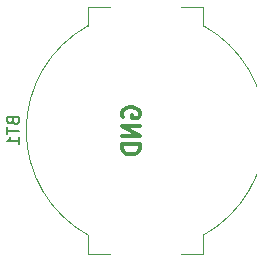
<source format=gbr>
G04 #@! TF.GenerationSoftware,KiCad,Pcbnew,(5.0.2)-1*
G04 #@! TF.CreationDate,2019-06-13T12:32:46-04:00*
G04 #@! TF.ProjectId,BlueNRG-SPBTLE-1S ACM,426c7565-4e52-4472-9d53-5042544c452d,rev?*
G04 #@! TF.SameCoordinates,Original*
G04 #@! TF.FileFunction,Legend,Bot*
G04 #@! TF.FilePolarity,Positive*
%FSLAX46Y46*%
G04 Gerber Fmt 4.6, Leading zero omitted, Abs format (unit mm)*
G04 Created by KiCad (PCBNEW (5.0.2)-1) date 6/13/2019 12:32:46 PM*
%MOMM*%
%LPD*%
G01*
G04 APERTURE LIST*
%ADD10C,0.300000*%
%ADD11C,0.120000*%
%ADD12C,0.150000*%
G04 APERTURE END LIST*
D10*
X148172000Y-81215142D02*
X148100571Y-81072285D01*
X148100571Y-80858000D01*
X148172000Y-80643714D01*
X148314857Y-80500857D01*
X148457714Y-80429428D01*
X148743428Y-80358000D01*
X148957714Y-80358000D01*
X149243428Y-80429428D01*
X149386285Y-80500857D01*
X149529142Y-80643714D01*
X149600571Y-80858000D01*
X149600571Y-81000857D01*
X149529142Y-81215142D01*
X149457714Y-81286571D01*
X148957714Y-81286571D01*
X148957714Y-81000857D01*
X149600571Y-81929428D02*
X148100571Y-81929428D01*
X149600571Y-82786571D01*
X148100571Y-82786571D01*
X149600571Y-83500857D02*
X148100571Y-83500857D01*
X148100571Y-83858000D01*
X148172000Y-84072285D01*
X148314857Y-84215142D01*
X148457714Y-84286571D01*
X148743428Y-84358000D01*
X148957714Y-84358000D01*
X149243428Y-84286571D01*
X149386285Y-84215142D01*
X149529142Y-84072285D01*
X149600571Y-83858000D01*
X149600571Y-83500857D01*
D11*
G04 #@! TO.C,BT1*
X145229000Y-71859000D02*
X145229000Y-73466090D01*
X147114000Y-71859000D02*
X145229000Y-71859000D01*
X147114000Y-92799000D02*
X145229000Y-92799000D01*
X153114000Y-71859000D02*
X154999000Y-71859000D01*
X153114000Y-92799000D02*
X154999000Y-92799000D01*
X145229000Y-92799000D02*
X145229000Y-91191910D01*
X154999000Y-71859000D02*
X154999000Y-73466090D01*
X154999000Y-92799000D02*
X154999000Y-91191910D01*
X145229000Y-73466090D02*
G75*
G03X145229000Y-91191910I4885000J-8862910D01*
G01*
X154995168Y-91194021D02*
G75*
G03X154999000Y-73466090I-4881168J8865021D01*
G01*
D12*
X138842571Y-81543285D02*
X138890190Y-81686142D01*
X138937809Y-81733761D01*
X139033047Y-81781380D01*
X139175904Y-81781380D01*
X139271142Y-81733761D01*
X139318761Y-81686142D01*
X139366380Y-81590904D01*
X139366380Y-81209952D01*
X138366380Y-81209952D01*
X138366380Y-81543285D01*
X138414000Y-81638523D01*
X138461619Y-81686142D01*
X138556857Y-81733761D01*
X138652095Y-81733761D01*
X138747333Y-81686142D01*
X138794952Y-81638523D01*
X138842571Y-81543285D01*
X138842571Y-81209952D01*
X138366380Y-82067095D02*
X138366380Y-82638523D01*
X139366380Y-82352809D02*
X138366380Y-82352809D01*
X139366380Y-83495666D02*
X139366380Y-82924238D01*
X139366380Y-83209952D02*
X138366380Y-83209952D01*
X138509238Y-83114714D01*
X138604476Y-83019476D01*
X138652095Y-82924238D01*
G04 #@! TD*
M02*

</source>
